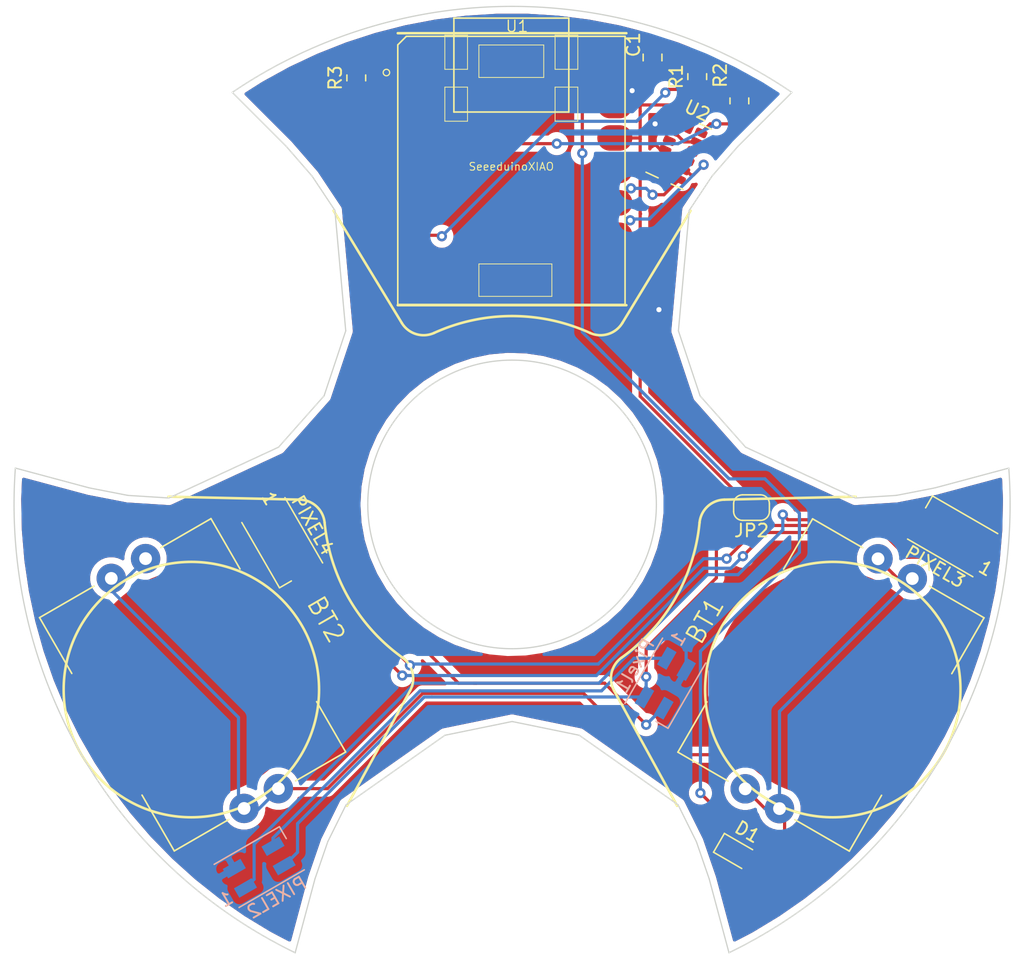
<source format=kicad_pcb>
(kicad_pcb (version 20171130) (host pcbnew "(5.1.10)-1")
  (layers (0 F.Cu signal) (31 B.Cu signal) (34 B.Paste user) (35 F.Paste user) (36 B.SilkS user) (37 F.SilkS user) (38 B.Mask user) (39 F.Mask user) (44 Edge.Cuts user))
  (net 0 "")
  (net 1 +3V3)
  (net 2 GND)
  (net 3 "Net-(D1-Pad1)")
  (net 4 "Net-(JP2-Pad1)")
  (net 5 "Net-(PIXEL2-Pad1)")
  (net 6 "Net-(PIXEL3-Pad1)")
  (net 7 "Net-(PIXEL4-Pad1)")
  (net 8 "Net-(R3-Pad2)")
  (net 9 "Net-(U1-Pad11)")
  (net 10 INT1)
  (net 11 INT2)
  (net 12 "Net-(U1-Pad8)")
  (net 13 "Net-(U1-Pad7)")
  (net 14 SCL)
  (net 15 SDA)
  (net 16 "Net-(U1-Pad4)")
  (net 17 "Net-(U1-Pad3)")
  (net 18 "Net-(U1-Pad1)")
  (net 19 "Net-(U1-Pad17)")
  (net 20 "Net-(U1-Pad18)")
  (net 21 "Net-(U1-Pad19)")
  (net 22 "Net-(U2-Pad3)")
  (net 23 "Net-(U2-Pad10)")
  (net 24 "Net-(U2-Pad11)")
  (net 25 "Net-(BT1-PadP1)")
  (net 26 "Net-(U1-Pad20)")
  (net 27 "Net-(U1-Pad16)")
  (net 28 "Net-(U1-Pad15)")
  (net 29 /B15)
  (net 30 "Net-(Pixel1-Pad3)")
  (net 31 "Net-(PIXEL2-Pad3)")
  (module BAT-HLD-001-THM:BAT_BAT-HLD-001-THM (layer F.Cu) (at 75.2 114 300)
    (fp_text reference BT2 (at 0.796824 -11.362783 120) (layer F.SilkS) (effects (font (size 1.4 1.4))))
    (fp_text value BAT-HLD-001-THM)
    (fp_line (start 10.55 8) (end 10.55 3.07) (layer F.SilkS) (width 0.127))
    (fp_line (start 5.5 8) (end 10.55 8) (layer F.SilkS) (width 0.127))
    (fp_line (start -10.55 8) (end -5.5 8) (layer F.SilkS) (width 0.127))
    (fp_line (start -10.55 3.07) (end -10.55 8) (layer F.SilkS) (width 0.127))
    (fp_line (start 10.55 -7.5) (end 10.55 -2.97) (layer F.SilkS) (width 0.127))
    (fp_line (start 6 -7.5) (end 10.55 -7.5) (layer F.SilkS) (width 0.127))
    (fp_line (start -10.55 -7.5) (end -6 -7.5) (layer F.SilkS) (width 0.127))
    (fp_line (start -10.55 -2.97) (end -10.55 -7.5) (layer F.SilkS) (width 0.127))
    (pad P4 thru_hole circle (at 10.4 -1.5 300) (size 2.3 2.3) (drill 1) (layers *.Cu *.Mask) (net 29 /B15))
    (pad P3 thru_hole circle (at 10.4 1.6 300) (size 2.3 2.3) (drill 1) (layers *.Cu *.Mask) (net 29 /B15))
    (pad P2 thru_hole circle (at -10.4 1.6 300) (size 2.3 2.3) (drill 1) (layers *.Cu *.Mask) (net 29 /B15))
    (pad P1 thru_hole circle (at -10.4 -1.5 300) (size 2.3 2.3) (drill 1) (layers *.Cu *.Mask) (net 29 /B15))
    (pad N smd circle (at 0 0 300) (size 17.8 17.8) (layers F.Cu F.Mask) (net 2 GND))
  )
  (module BAT-HLD-001-THM:BAT_BAT-HLD-001-THM (layer F.Cu) (at 124.754969 114.014968 60)
    (fp_text reference BT1 (at -0.570997 -10.818932 60) (layer F.SilkS) (effects (font (size 1.4 1.4))))
    (fp_text value BAT-HLD-001-THM)
    (fp_line (start -10.55 -2.97) (end -10.55 -7.5) (layer F.SilkS) (width 0.127))
    (fp_line (start -10.55 -7.5) (end -6 -7.5) (layer F.SilkS) (width 0.127))
    (fp_line (start 6 -7.5) (end 10.55 -7.5) (layer F.SilkS) (width 0.127))
    (fp_line (start 10.55 -7.5) (end 10.55 -2.97) (layer F.SilkS) (width 0.127))
    (fp_line (start -10.55 3.07) (end -10.55 8) (layer F.SilkS) (width 0.127))
    (fp_line (start -10.55 8) (end -5.5 8) (layer F.SilkS) (width 0.127))
    (fp_line (start 5.5 8) (end 10.55 8) (layer F.SilkS) (width 0.127))
    (fp_line (start 10.55 8) (end 10.55 3.07) (layer F.SilkS) (width 0.127))
    (pad N smd circle (at 0 0 60) (size 17.8 17.8) (layers F.Cu F.Mask) (net 29 /B15))
    (pad P1 thru_hole circle (at -10.4 -1.5 60) (size 2.3 2.3) (drill 1) (layers *.Cu *.Mask) (net 25 "Net-(BT1-PadP1)"))
    (pad P2 thru_hole circle (at -10.4 1.6 60) (size 2.3 2.3) (drill 1) (layers *.Cu *.Mask) (net 25 "Net-(BT1-PadP1)"))
    (pad P3 thru_hole circle (at 10.4 1.6 60) (size 2.3 2.3) (drill 1) (layers *.Cu *.Mask) (net 25 "Net-(BT1-PadP1)"))
    (pad P4 thru_hole circle (at 10.4 -1.5 60) (size 2.3 2.3) (drill 1) (layers *.Cu *.Mask) (net 25 "Net-(BT1-PadP1)"))
  )
  (module "Seeeduino_XIAO:Seeeduino XIAO-MOUDLE14P-2.54-21X17.8MM" (layer F.Cu) (at 91.049515 84.342097)
    (fp_text reference U1 (at 9.3345 -21.7805) (layer F.SilkS) (effects (font (size 0.889 0.889) (thickness 0.1016))))
    (fp_text value SeeeduinoXIAO (at 8.89 -10.795) (layer F.SilkS) (effects (font (size 0.6096 0.6096) (thickness 0.0762))))
    (fp_line (start 6.35 -17.78) (end 11.43 -17.78) (layer F.SilkS) (width 0.06604))
    (fp_line (start 11.43 -17.78) (end 11.43 -20.32) (layer F.SilkS) (width 0.06604))
    (fp_line (start 6.35 -20.32) (end 11.43 -20.32) (layer F.SilkS) (width 0.06604))
    (fp_line (start 6.35 -17.78) (end 6.35 -20.32) (layer F.SilkS) (width 0.06604))
    (fp_line (start 6.35 -0.635) (end 12.065 -0.635) (layer F.SilkS) (width 0.06604))
    (fp_line (start 12.065 -0.635) (end 12.065 -3.175) (layer F.SilkS) (width 0.06604))
    (fp_line (start 6.35 -3.175) (end 12.065 -3.175) (layer F.SilkS) (width 0.06604))
    (fp_line (start 6.35 -0.635) (end 6.35 -3.175) (layer F.SilkS) (width 0.06604))
    (fp_line (start 3.683 -18.415) (end 5.461 -18.415) (layer F.SilkS) (width 0.06604))
    (fp_line (start 5.461 -18.415) (end 5.461 -21.082) (layer F.SilkS) (width 0.06604))
    (fp_line (start 3.683 -21.082) (end 5.461 -21.082) (layer F.SilkS) (width 0.06604))
    (fp_line (start 3.683 -18.415) (end 3.683 -21.082) (layer F.SilkS) (width 0.06604))
    (fp_line (start 3.683 -14.34846) (end 5.461 -14.34846) (layer F.SilkS) (width 0.06604))
    (fp_line (start 5.461 -14.34846) (end 5.461 -17.018) (layer F.SilkS) (width 0.06604))
    (fp_line (start 3.683 -17.018) (end 5.461 -17.018) (layer F.SilkS) (width 0.06604))
    (fp_line (start 3.683 -14.34846) (end 3.683 -17.018) (layer F.SilkS) (width 0.06604))
    (fp_line (start 12.319 -14.34846) (end 14.097 -14.34846) (layer F.SilkS) (width 0.06604))
    (fp_line (start 14.097 -14.34846) (end 14.097 -17.018) (layer F.SilkS) (width 0.06604))
    (fp_line (start 12.319 -17.018) (end 14.097 -17.018) (layer F.SilkS) (width 0.06604))
    (fp_line (start 12.319 -14.34846) (end 12.319 -17.018) (layer F.SilkS) (width 0.06604))
    (fp_line (start 12.319 -18.415) (end 14.097 -18.415) (layer F.SilkS) (width 0.06604))
    (fp_line (start 14.097 -18.415) (end 14.097 -21.082) (layer F.SilkS) (width 0.06604))
    (fp_line (start 12.319 -21.082) (end 14.097 -21.082) (layer F.SilkS) (width 0.06604))
    (fp_line (start 12.319 -18.415) (end 12.319 -21.082) (layer F.SilkS) (width 0.06604))
    (fp_line (start 0 0) (end 17.79778 0) (layer F.SilkS) (width 0.127))
    (fp_line (start 17.79778 0) (end 17.79778 -20.99818) (layer F.SilkS) (width 0.127))
    (fp_line (start 17.79778 -20.99818) (end 0.67056 -20.99818) (layer F.SilkS) (width 0.127))
    (fp_line (start 0.67056 -20.99818) (end 0 -20.32762) (layer F.SilkS) (width 0.127))
    (fp_line (start 0 -20.32762) (end 0 0) (layer F.SilkS) (width 0.127))
    (fp_line (start 4.39928 -22.42312) (end 13.39342 -22.42312) (layer F.SilkS) (width 0.127))
    (fp_line (start 13.39342 -22.42312) (end 13.39342 -15.06982) (layer F.SilkS) (width 0.127))
    (fp_line (start 13.39342 -15.06982) (end 4.3942 -15.06982) (layer F.SilkS) (width 0.127))
    (fp_line (start 4.3942 -15.06982) (end 4.3942 -22.42312) (layer F.SilkS) (width 0.127))
    (fp_circle (center -0.889 -18.161) (end -0.889 -18.415) (layer F.SilkS) (width 0.1))
    (pad 20 smd circle (at 10.238803 -16.264187 90) (size 1.143 1.143) (layers F.Cu F.Paste F.Mask) (net 26 "Net-(U1-Pad20)"))
    (pad 19 smd circle (at 7.698803 -16.264187 90) (size 1.143 1.143) (layers F.Cu F.Paste F.Mask) (net 21 "Net-(U1-Pad19)"))
    (pad 18 smd circle (at 10.238803 -18.804187 90) (size 1.143 1.143) (layers F.Cu F.Paste F.Mask) (net 20 "Net-(U1-Pad18)"))
    (pad 17 smd circle (at 7.698803 -18.804187 90) (size 1.143 1.143) (layers F.Cu F.Paste F.Mask) (net 19 "Net-(U1-Pad17)"))
    (pad 16 smd oval (at 10.25 -1.8 90) (size 2.032 1.016) (layers F.Cu F.Paste F.Mask) (net 27 "Net-(U1-Pad16)"))
    (pad 15 smd oval (at 7.7 -1.8 90) (size 2.032 1.016) (layers F.Cu F.Paste F.Mask) (net 28 "Net-(U1-Pad15)"))
    (pad 1 smd oval (at 0.83312 -18.11782) (size 2.74828 1.99898) (layers F.Cu F.Paste F.Mask) (net 18 "Net-(U1-Pad1)"))
    (pad 2 smd oval (at 0.83312 -15.57782) (size 2.74828 1.99898) (layers F.Cu F.Paste F.Mask) (net 8 "Net-(R3-Pad2)"))
    (pad 3 smd oval (at 0.83312 -13.03782) (size 2.74828 1.99898) (layers F.Cu F.Paste F.Mask) (net 17 "Net-(U1-Pad3)"))
    (pad 4 smd oval (at 0.83312 -10.49782) (size 2.74828 1.99898) (layers F.Cu F.Paste F.Mask) (net 16 "Net-(U1-Pad4)"))
    (pad 5 smd oval (at 0.83312 -7.95782) (size 2.74828 1.99898) (layers F.Cu F.Paste F.Mask) (net 15 SDA))
    (pad 6 smd oval (at 0.83312 -5.41782) (size 2.74828 1.99898) (layers F.Cu F.Paste F.Mask) (net 14 SCL))
    (pad 7 smd oval (at 0.83312 -2.87782) (size 2.74828 1.99898) (layers F.Cu F.Paste F.Mask) (net 13 "Net-(U1-Pad7)"))
    (pad 8 smd oval (at 16.99768 -2.87782) (size 2.74828 1.99898) (layers F.Cu F.Paste F.Mask) (net 12 "Net-(U1-Pad8)"))
    (pad 9 smd oval (at 16.99768 -5.41782) (size 2.74828 1.99898) (layers F.Cu F.Paste F.Mask) (net 11 INT2))
    (pad 10 smd oval (at 16.99768 -7.95782) (size 2.74828 1.99898) (layers F.Cu F.Paste F.Mask) (net 10 INT1))
    (pad 11 smd oval (at 16.99768 -10.49782) (size 2.74828 1.99898) (layers F.Cu F.Paste F.Mask) (net 9 "Net-(U1-Pad11)"))
    (pad 12 smd oval (at 16.99768 -13.03782) (size 2.74828 1.99898) (layers F.Cu F.Paste F.Mask) (net 1 +3V3))
    (pad 13 smd oval (at 16.99768 -15.57782) (size 2.74828 1.99898) (layers F.Cu F.Paste F.Mask) (net 2 GND))
    (pad 14 smd oval (at 16.99768 -18.11782) (size 2.74828 1.99898) (layers F.Cu F.Paste F.Mask) (net 3 "Net-(D1-Pad1)"))
  )
  (module LED_SMD:LED_SK6812MINI_PLCC4_3.5x3.5mm_P1.75mm (layer F.Cu) (at 134.5 102.5 150)
    (fp_text reference PIXEL3 (at 0 -2.75 150) (layer F.SilkS))
    (fp_text value SK6812MINI)
    (fp_line (start 2.95 1.95) (end 2.95 0.875) (layer F.SilkS) (width 0.12))
    (fp_line (start -2.95 1.95) (end 2.95 1.95) (layer F.SilkS) (width 0.12))
    (fp_line (start -2.95 -1.95) (end 2.95 -1.95) (layer F.SilkS) (width 0.12))
    (fp_text user 1 (at -3.5 -0.875 150) (layer F.SilkS))
    (pad 1 smd rect (at -1.75 -0.875 150) (size 1.6 0.85) (layers F.Cu F.Paste F.Mask) (net 6 "Net-(PIXEL3-Pad1)"))
    (pad 2 smd rect (at -1.75 0.875 150) (size 1.6 0.85) (layers F.Cu F.Paste F.Mask) (net 2 GND))
    (pad 4 smd rect (at 1.75 -0.875 150) (size 1.6 0.85) (layers F.Cu F.Paste F.Mask) (net 4 "Net-(JP2-Pad1)"))
    (pad 3 smd rect (at 1.75 0.875 150) (size 1.6 0.85) (layers F.Cu F.Paste F.Mask) (net 5 "Net-(PIXEL2-Pad1)"))
  )
  (module LED_SMD:LED_SK6812MINI_PLCC4_3.5x3.5mm_P1.75mm (layer F.Cu) (at 82 103 300)
    (fp_text reference PIXEL4 (at 0 -2.75 120) (layer F.SilkS))
    (fp_text value SK6812MINI)
    (fp_line (start 2.95 1.95) (end 2.95 0.875) (layer F.SilkS) (width 0.12))
    (fp_line (start -2.95 1.95) (end 2.95 1.95) (layer F.SilkS) (width 0.12))
    (fp_line (start -2.95 -1.95) (end 2.95 -1.95) (layer F.SilkS) (width 0.12))
    (fp_text user 1 (at -3.5 -0.875 120) (layer F.SilkS))
    (pad 1 smd rect (at -1.75 -0.875 300) (size 1.6 0.85) (layers F.Cu F.Paste F.Mask) (net 7 "Net-(PIXEL4-Pad1)"))
    (pad 2 smd rect (at -1.75 0.875 300) (size 1.6 0.85) (layers F.Cu F.Paste F.Mask) (net 2 GND))
    (pad 4 smd rect (at 1.75 -0.875 300) (size 1.6 0.85) (layers F.Cu F.Paste F.Mask) (net 4 "Net-(JP2-Pad1)"))
    (pad 3 smd rect (at 1.75 0.875 300) (size 1.6 0.85) (layers F.Cu F.Paste F.Mask) (net 6 "Net-(PIXEL3-Pad1)"))
  )
  (module Capacitor_SMD:C_0805_2012Metric (layer F.Cu) (at 111 65 90)
    (fp_text reference C1 (at 1 -1.5 90) (layer F.SilkS))
    (fp_text value 0.1uF)
    (fp_line (start -0.261252 0.735) (end 0.261252 0.735) (layer F.SilkS) (width 0.12))
    (fp_line (start -0.261252 -0.735) (end 0.261252 -0.735) (layer F.SilkS) (width 0.12))
    (pad 2 smd roundrect (at 0.95 0 90) (size 1 1.45) (layers F.Cu F.Paste F.Mask) (net 2 GND))
    (pad 1 smd roundrect (at -0.95 0 90) (size 1 1.45) (layers F.Cu F.Paste F.Mask) (net 1 +3V3))
  )
  (module Jumper:SolderJumper-2_P1.3mm_Open_RoundedPad1.0x1.5mm (layer F.Cu) (at 118.75 100.25 180)
    (fp_text reference JP2 (at 0 -1.8) (layer F.SilkS))
    (fp_text value Jumper_2_Open)
    (fp_line (start -0.7 -1) (end 0.7 -1) (layer F.SilkS) (width 0.12))
    (fp_line (start 1.4 -0.3) (end 1.4 0.3) (layer F.SilkS) (width 0.12))
    (fp_line (start 0.7 1) (end -0.7 1) (layer F.SilkS) (width 0.12))
    (fp_line (start -1.4 0.3) (end -1.4 -0.3) (layer F.SilkS) (width 0.12))
    (fp_arc (start -0.7 -0.3) (end -0.7 -1) (angle -90) (layer F.SilkS) (width 0.12))
    (fp_arc (start -0.7 0.3) (end -1.4 0.3) (angle -90) (layer F.SilkS) (width 0.12))
    (fp_arc (start 0.7 0.3) (end 0.7 1) (angle -90) (layer F.SilkS) (width 0.12))
    (fp_arc (start 0.7 -0.3) (end 1.4 -0.3) (angle -90) (layer F.SilkS) (width 0.12))
    (pad 2 smd custom (at 0.65 0 180) (size 1 0.5) (layers F.Cu F.Mask) (net 1 +3V3) (options (clearance outline) (anchor rect)) (primitives (gr_circle (center 0 0.25) (end 0.5 0.25) (width 0)) (gr_circle (center 0 -0.25) (end 0.5 -0.25) (width 0)) (gr_poly (pts (xy 0 -0.75) (xy -0.5 -0.75) (xy -0.5 0.75) (xy 0 0.75)) (width 0))))
    (pad 1 smd custom (at -0.65 0 180) (size 1 0.5) (layers F.Cu F.Mask) (net 4 "Net-(JP2-Pad1)") (options (clearance outline) (anchor rect)) (primitives (gr_circle (center 0 0.25) (end 0.5 0.25) (width 0)) (gr_circle (center 0 -0.25) (end 0.5 -0.25) (width 0)) (gr_poly (pts (xy 0 -0.75) (xy 0.5 -0.75) (xy 0.5 0.75) (xy 0 0.75)) (width 0))))
  )
  (module LED_SMD:LED_SK6812MINI_PLCC4_3.5x3.5mm_P1.75mm (layer B.Cu) (at 112 114 240)
    (fp_text reference Pixel1 (at 0 2.75 240) (layer B.SilkS) (effects (justify mirror)))
    (fp_text value SK6812MINI)
    (fp_line (start -2.95 1.95) (end 2.95 1.95) (layer B.SilkS) (width 0.12))
    (fp_line (start -2.95 -1.95) (end 2.95 -1.95) (layer B.SilkS) (width 0.12))
    (fp_line (start 2.95 -1.95) (end 2.95 -0.875) (layer B.SilkS) (width 0.12))
    (fp_text user 1 (at -3.5 0.875 240) (layer B.SilkS) (effects (justify mirror)))
    (pad 3 smd rect (at 1.75 -0.875 240) (size 1.6 0.85) (layers B.Cu B.Paste B.Mask) (net 30 "Net-(Pixel1-Pad3)"))
    (pad 4 smd rect (at 1.75 0.875 240) (size 1.6 0.85) (layers B.Cu B.Paste B.Mask) (net 1 +3V3))
    (pad 2 smd rect (at -1.75 -0.875 240) (size 1.6 0.85) (layers B.Cu B.Paste B.Mask) (net 2 GND))
    (pad 1 smd rect (at -1.75 0.875 240) (size 1.6 0.85) (layers B.Cu B.Paste B.Mask) (net 31 "Net-(PIXEL2-Pad3)"))
  )
  (module LED_SMD:LED_SK6812MINI_PLCC4_3.5x3.5mm_P1.75mm (layer B.Cu) (at 80.2 128.4 30)
    (fp_text reference PIXEL2 (at 0 2.75 210) (layer B.SilkS) (effects (justify mirror)))
    (fp_text value SK6812MINI)
    (fp_line (start -2.95 1.95) (end 2.95 1.95) (layer B.SilkS) (width 0.12))
    (fp_line (start -2.95 -1.95) (end 2.95 -1.95) (layer B.SilkS) (width 0.12))
    (fp_line (start 2.95 -1.95) (end 2.95 -0.875) (layer B.SilkS) (width 0.12))
    (fp_text user 1 (at -3.5 0.875 210) (layer B.SilkS) (effects (justify mirror)))
    (pad 3 smd rect (at 1.75 -0.875 30) (size 1.6 0.85) (layers B.Cu B.Paste B.Mask) (net 31 "Net-(PIXEL2-Pad3)"))
    (pad 4 smd rect (at 1.75 0.875 30) (size 1.6 0.85) (layers B.Cu B.Paste B.Mask) (net 1 +3V3))
    (pad 2 smd rect (at -1.75 -0.875 30) (size 1.6 0.85) (layers B.Cu B.Paste B.Mask) (net 2 GND))
    (pad 1 smd rect (at -1.75 0.875 30) (size 1.6 0.85) (layers B.Cu B.Paste B.Mask) (net 5 "Net-(PIXEL2-Pad1)"))
  )
  (module Resistor_SMD:R_0805_2012Metric_Pad1.20x1.40mm_HandSolder (layer F.Cu) (at 114.5 66.5 90)
    (fp_text reference R1 (at 0 -1.65 90) (layer F.SilkS))
    (fp_text value 10K)
    (fp_line (start -0.227064 0.735) (end 0.227064 0.735) (layer F.SilkS) (width 0.12))
    (fp_line (start -0.227064 -0.735) (end 0.227064 -0.735) (layer F.SilkS) (width 0.12))
    (pad 2 smd roundrect (at 1 0 90) (size 1.2 1.4) (layers F.Cu F.Paste F.Mask) (roundrect_rratio 0.2083325) (net 1 +3V3))
    (pad 1 smd roundrect (at -1 0 90) (size 1.2 1.4) (layers F.Cu F.Paste F.Mask) (roundrect_rratio 0.2083325) (net 14 SCL))
  )
  (module Resistor_SMD:R_0805_2012Metric_Pad1.20x1.40mm_HandSolder (layer F.Cu) (at 87.8 66.6 90)
    (fp_text reference R3 (at 0 -1.65 90) (layer F.SilkS))
    (fp_text value 400)
    (fp_line (start -0.227064 -0.735) (end 0.227064 -0.735) (layer F.SilkS) (width 0.12))
    (fp_line (start -0.227064 0.735) (end 0.227064 0.735) (layer F.SilkS) (width 0.12))
    (pad 1 smd roundrect (at -1 0 90) (size 1.2 1.4) (layers F.Cu F.Paste F.Mask) (roundrect_rratio 0.2083325) (net 30 "Net-(Pixel1-Pad3)"))
    (pad 2 smd roundrect (at 1 0 90) (size 1.2 1.4) (layers F.Cu F.Paste F.Mask) (roundrect_rratio 0.2083325) (net 8 "Net-(R3-Pad2)"))
  )
  (module Package_LGA:LGA-14_3x5mm_P0.8mm_LayoutBorder1x6y (layer F.Cu) (at 113.05 72.3 335)
    (fp_text reference U2 (at 0 -3.45 155) (layer F.SilkS))
    (fp_text value ADXL343)
    (fp_line (start 0.56 2.61) (end 1.61 2.61) (layer F.SilkS) (width 0.12))
    (fp_line (start -0.56 2.61) (end -1.61 2.61) (layer F.SilkS) (width 0.12))
    (fp_line (start 0.56 -2.61) (end 1.61 -2.61) (layer F.SilkS) (width 0.12))
    (pad 14 smd roundrect (at 0 -2 335) (size 0.6 0.95) (layers F.Cu F.Paste F.Mask) (net 14 SCL))
    (pad 13 smd roundrect (at 1 -2 335) (size 0.95 0.6) (layers F.Cu F.Paste F.Mask) (net 15 SDA))
    (pad 12 smd roundrect (at 1 -1.2 335) (size 0.95 0.6) (layers F.Cu F.Paste F.Mask) (net 2 GND))
    (pad 11 smd roundrect (at 1 -0.4 335) (size 0.95 0.6) (layers F.Cu F.Paste F.Mask) (net 24 "Net-(U2-Pad11)"))
    (pad 10 smd roundrect (at 1 0.4 335) (size 0.95 0.6) (layers F.Cu F.Paste F.Mask) (net 23 "Net-(U2-Pad10)"))
    (pad 9 smd roundrect (at 1 1.2 335) (size 0.95 0.6) (layers F.Cu F.Paste F.Mask) (net 11 INT2))
    (pad 8 smd roundrect (at 1 2 335) (size 0.95 0.6) (layers F.Cu F.Paste F.Mask) (net 10 INT1))
    (pad 7 smd roundrect (at 0 2 335) (size 0.6 0.95) (layers F.Cu F.Paste F.Mask) (net 1 +3V3))
    (pad 6 smd roundrect (at -1 2 335) (size 0.95 0.6) (layers F.Cu F.Paste F.Mask) (net 1 +3V3))
    (pad 5 smd roundrect (at -1 1.2 335) (size 0.95 0.6) (layers F.Cu F.Paste F.Mask) (net 2 GND))
    (pad 4 smd roundrect (at -1 0.4 335) (size 0.95 0.6) (layers F.Cu F.Paste F.Mask) (net 2 GND))
    (pad 3 smd roundrect (at -1 -0.4 335) (size 0.95 0.6) (layers F.Cu F.Paste F.Mask) (net 22 "Net-(U2-Pad3)"))
    (pad 2 smd roundrect (at -1 -1.2 335) (size 0.95 0.6) (layers F.Cu F.Paste F.Mask) (net 2 GND))
    (pad 1 smd roundrect (at -1 -2 335) (size 0.95 0.6) (layers F.Cu F.Paste F.Mask) (net 1 +3V3))
  )
  (module Resistor_SMD:R_0805_2012Metric_Pad1.20x1.40mm_HandSolder (layer F.Cu) (at 117.8 68.4 90)
    (fp_text reference R2 (at 2 -1.5 90) (layer F.SilkS))
    (fp_text value 10K)
    (fp_line (start -0.227064 -0.735) (end 0.227064 -0.735) (layer F.SilkS) (width 0.12))
    (fp_line (start -0.227064 0.735) (end 0.227064 0.735) (layer F.SilkS) (width 0.12))
    (pad 1 smd roundrect (at -1 0 90) (size 1.2 1.4) (layers F.Cu F.Paste F.Mask) (roundrect_rratio 0.2083325) (net 15 SDA))
    (pad 2 smd roundrect (at 1 0 90) (size 1.2 1.4) (layers F.Cu F.Paste F.Mask) (roundrect_rratio 0.2083325) (net 1 +3V3))
  )
  (module Diode_SMD:D_SOD-323 (layer F.Cu) (at 117.5 127.25 330)
    (fp_text reference D1 (at 0 -1.85 150) (layer F.SilkS))
    (fp_text value D)
    (fp_line (start -1.5 -0.85) (end -1.5 0.85) (layer F.SilkS) (width 0.12))
    (fp_line (start -1.5 0.85) (end 1.05 0.85) (layer F.SilkS) (width 0.12))
    (fp_line (start -1.5 -0.85) (end 1.05 -0.85) (layer F.SilkS) (width 0.12))
    (pad 1 smd rect (at -1.05 0 330) (size 0.6 0.45) (layers F.Cu F.Paste F.Mask) (net 3 "Net-(D1-Pad1)"))
    (pad 2 smd rect (at 1.05 0 330) (size 0.6 0.45) (layers F.Cu F.Paste F.Mask) (net 25 "Net-(BT1-PadP1)"))
  )
  (gr_line (start 84.565514 129.322172) (end 83.015391 135.107308) (layer Edge.Cuts) (width 0.1))
  (gr_line (start 85.565586 126.415251) (end 84.565514 129.322172) (layer Edge.Cuts) (width 0.1))
  (gr_line (start 86.996557 123.529446) (end 85.565586 126.415251) (layer Edge.Cuts) (width 0.1))
  (gr_line (start 94.7402 118.077457) (end 86.996557 123.529446) (layer Edge.Cuts) (width 0.1))
  (gr_line (start 100 117) (end 94.7402 118.077457) (layer Edge.Cuts) (width 0.1))
  (gr_line (start 105.259799 118.077457) (end 100 117) (layer Edge.Cuts) (width 0.1))
  (gr_line (start 113.003442 123.529446) (end 105.259799 118.077457) (layer Edge.Cuts) (width 0.1))
  (gr_line (start 114.434413 126.415251) (end 113.003442 123.529446) (layer Edge.Cuts) (width 0.1))
  (gr_line (start 115.434485 129.322172) (end 114.434413 126.415251) (layer Edge.Cuts) (width 0.1))
  (gr_line (start 116.984608 135.107308) (end 115.434485 129.322172) (layer Edge.Cuts) (width 0.1))
  (gr_arc (start 100 100) (end 116.984608 135.107308) (angle -68.36541888) (layer Edge.Cuts) (width 0.1))
  (gr_line (start 133.110989 98.70557) (end 138.896124 97.155448) (layer Edge.Cuts) (width 0.1))
  (gr_line (start 130.093485 99.292943) (end 133.110989 98.70557) (layer Edge.Cuts) (width 0.1))
  (gr_line (start 126.878819 99.496588) (end 130.093485 99.292943) (layer Edge.Cuts) (width 0.1))
  (gr_line (start 118.285436 95.51639) (end 126.878819 99.496588) (layer Edge.Cuts) (width 0.1))
  (gr_line (start 114.722431 91.499999) (end 118.285436 95.51639) (layer Edge.Cuts) (width 0.1))
  (gr_line (start 113.025637 86.406151) (end 114.722431 91.499999) (layer Edge.Cuts) (width 0.1))
  (gr_line (start 113.875377 76.973964) (end 113.025637 86.406151) (layer Edge.Cuts) (width 0.1))
  (gr_line (start 115.659071 74.291805) (end 113.875377 76.973964) (layer Edge.Cuts) (width 0.1))
  (gr_line (start 117.676503 71.972256) (end 115.659071 74.291805) (layer Edge.Cuts) (width 0.1))
  (gr_line (start 121.911516 67.737243) (end 117.676503 71.972256) (layer Edge.Cuts) (width 0.1))
  (gr_arc (start 100 100) (end 121.911516 67.737243) (angle -68.36541888) (layer Edge.Cuts) (width 0.1))
  (gr_line (start 82.323496 71.972256) (end 78.088483 67.737243) (layer Edge.Cuts) (width 0.1))
  (gr_line (start 84.340928 74.291805) (end 82.323496 71.972256) (layer Edge.Cuts) (width 0.1))
  (gr_line (start 86.124622 76.973964) (end 84.340928 74.291805) (layer Edge.Cuts) (width 0.1))
  (gr_line (start 86.974362 86.406151) (end 86.124622 76.973964) (layer Edge.Cuts) (width 0.1))
  (gr_line (start 85.277568 91.5) (end 86.974362 86.406151) (layer Edge.Cuts) (width 0.1))
  (gr_line (start 81.714563 95.51639) (end 85.277568 91.5) (layer Edge.Cuts) (width 0.1))
  (gr_line (start 73.12118 99.496588) (end 81.714563 95.51639) (layer Edge.Cuts) (width 0.1))
  (gr_line (start 69.906514 99.292943) (end 73.12118 99.496588) (layer Edge.Cuts) (width 0.1))
  (gr_line (start 66.88901 98.70557) (end 69.906514 99.292943) (layer Edge.Cuts) (width 0.1))
  (gr_line (start 61.103875 97.155448) (end 66.88901 98.70557) (layer Edge.Cuts) (width 0.1))
  (gr_arc (start 100 100) (end 61.103875 97.155448) (angle -68.36541888) (layer Edge.Cuts) (width 0.1))
  (gr_circle (center 100 100) (end 111.3 100) (layer Edge.Cuts) (width 0.1))
  (gr_line (start 92.011214 114.585671) (end 87.071654 123.604161) (layer F.SilkS) (width 0.2))
  (gr_line (start 113.97763 77.001644) (end 108.637168 85.788673) (layer F.SilkS) (width 0.2))
  (gr_line (start 91.362831 85.788673) (end 86.022369 77.001644) (layer F.SilkS) (width 0.2))
  (gr_line (start 73.094024 99.394194) (end 83.374045 99.625655) (layer F.SilkS) (width 0.2))
  (gr_line (start 112.928345 123.604161) (end 107.988785 114.585671) (layer F.SilkS) (width 0.2))
  (gr_line (start 116.625954 99.625655) (end 126.905975 99.394194) (layer F.SilkS) (width 0.2))
  (gr_line (start 108.949999 63.1) (end 91.05 63.099999) (layer F.SilkS) (width 0.2))
  (gr_line (start 91.05 84.4) (end 108.949999 84.4) (layer F.SilkS) (width 0.2))
  (gr_circle (center 74.885263 114.5) (end 84.885263 114.5) (layer F.SilkS) (width 0.2))
  (gr_circle (center 125.114736 114.499999) (end 135.114736 114.499999) (layer F.SilkS) (width 0.2))
  (gr_arc (start 106.928066 84.749938) (end 106.100834 86.57084) (angle -83.14235158) (layer F.SilkS) (width 0.2))
  (gr_arc (start 100 100) (end 106.100834 86.57084) (angle -48.86437027) (layer F.SilkS) (width 0.2))
  (gr_arc (start 93.071933 84.749938) (end 91.362831 85.788673) (angle -83.14235158) (layer F.SilkS) (width 0.2))
  (gr_arc (start 83.329025 101.625149) (end 85.319589 101.431101) (angle -83.14235158) (layer F.SilkS) (width 0.2))
  (gr_arc (start 100 100) (end 85.319589 101.431101) (angle -48.86437027) (layer F.SilkS) (width 0.2))
  (gr_arc (start 90.257092 113.624912) (end 92.011214 114.585671) (angle -83.14235158) (layer F.SilkS) (width 0.2))
  (gr_arc (start 109.742907 113.624912) (end 108.579575 111.998057) (angle -83.14235158) (layer F.SilkS) (width 0.2))
  (gr_arc (start 100 100) (end 108.579575 111.998057) (angle -48.86437027) (layer F.SilkS) (width 0.2))
  (gr_arc (start 116.670974 101.625149) (end 116.625954 99.625655) (angle -83.14235158) (layer F.SilkS) (width 0.2))
  (segment (start 108.047195 71.304277) (end 109.945723 71.304277) (width 0.25) (layer F.Cu) (net 1))
  (segment (start 109.945723 71.304277) (end 110.031443 71.389997) (width 0.25) (layer F.Cu) (net 1))
  (segment (start 110.031443 77.218557) (end 110.062886 77.25) (width 0.25) (layer F.Cu) (net 1))
  (segment (start 111 65.95) (end 111 67) (width 0.25) (layer F.Cu) (net 1))
  (segment (start 111 67) (end 110.031443 67.968557) (width 0.25) (layer F.Cu) (net 1))
  (segment (start 111.929728 116) (end 111.882772 115.953044) (width 0.25) (layer B.Cu) (net 30))
  (segment (start 111.721075 74.112616) (end 111.298456 73.689997) (width 0.25) (layer F.Cu) (net 1))
  (segment (start 112.204763 74.112616) (end 111.721075 74.112616) (width 0.25) (layer F.Cu) (net 1))
  (segment (start 110.031443 69.218557) (end 110.031443 71.389997) (width 0.25) (layer F.Cu) (net 1))
  (segment (start 110.031443 71.389997) (end 110.031443 72.968557) (width 0.25) (layer F.Cu) (net 1))
  (segment (start 112.468557 68.718557) (end 110.031443 68.718557) (width 0.25) (layer F.Cu) (net 1))
  (segment (start 110.031443 68.718557) (end 110.031443 69.218557) (width 0.25) (layer F.Cu) (net 1))
  (segment (start 110.031443 67.968557) (end 110.031443 68.718557) (width 0.25) (layer F.Cu) (net 1))
  (segment (start 111.45 65.5) (end 111 65.95) (width 0.25) (layer F.Cu) (net 1))
  (segment (start 114.5 65.5) (end 111.45 65.5) (width 0.25) (layer F.Cu) (net 1))
  (segment (start 118.1 99.6) (end 118.1 100.25) (width 0.25) (layer F.Cu) (net 1))
  (segment (start 110.031443 91.531443) (end 118.1 99.6) (width 0.25) (layer F.Cu) (net 1))
  (segment (start 110.031443 77.218557) (end 110.031443 91.531443) (width 0.25) (layer F.Cu) (net 1))
  (segment (start 116 102.35) (end 118.1 100.25) (width 0.25) (layer F.Cu) (net 1))
  (segment (start 111.882772 115.953044) (end 111.882772 116.282772) (width 0.25) (layer B.Cu) (net 30))
  (via (at 110.5 113.5) (size 0.8) (drill 0.4) (layers F.Cu B.Cu) (net 1))
  (segment (start 110.5 111.25) (end 110.5 113.5) (width 0.25) (layer F.Cu) (net 1))
  (segment (start 110.5 114.945272) (end 110.367228 115.078044) (width 0.25) (layer B.Cu) (net 1))
  (segment (start 110.5 113.5) (end 110.5 114.945272) (width 0.25) (layer B.Cu) (net 1))
  (segment (start 110.089997 73.689997) (end 110.031443 73.631443) (width 0.25) (layer F.Cu) (net 1))
  (segment (start 111.298456 73.689997) (end 110.089997 73.689997) (width 0.25) (layer F.Cu) (net 1))
  (segment (start 110.031443 73.631443) (end 110.031443 77.218557) (width 0.25) (layer F.Cu) (net 1))
  (segment (start 110.031443 72.968557) (end 110.031443 73.631443) (width 0.25) (layer F.Cu) (net 1))
  (segment (start 112.468557 69.544394) (end 112.988929 70.064766) (width 0.25) (layer F.Cu) (net 1))
  (segment (start 112.468557 68.718557) (end 112.468557 69.544394) (width 0.25) (layer F.Cu) (net 1))
  (segment (start 115.9 65.5) (end 117.8 67.4) (width 0.25) (layer F.Cu) (net 1))
  (segment (start 114.5 65.5) (end 115.9 65.5) (width 0.25) (layer F.Cu) (net 1))
  (segment (start 116 105.75) (end 113.275 108.475) (width 0.25) (layer F.Cu) (net 1))
  (segment (start 116 102.35) (end 116 105.75) (width 0.25) (layer F.Cu) (net 1))
  (segment (start 113.275 108.475) (end 110.5 111.25) (width 0.25) (layer F.Cu) (net 1))
  (segment (start 113.5 108.25) (end 113.275 108.475) (width 0.25) (layer F.Cu) (net 1))
  (segment (start 93.721956 115.078044) (end 110.367228 115.078044) (width 0.25) (layer B.Cu) (net 1))
  (segment (start 93.121956 115.078044) (end 93.721956 115.078044) (width 0.25) (layer B.Cu) (net 1))
  (segment (start 83.2 125) (end 93.121956 115.078044) (width 0.25) (layer B.Cu) (net 1))
  (segment (start 83.2 127.235816) (end 83.2 125) (width 0.25) (layer B.Cu) (net 1))
  (segment (start 82.153044 128.282772) (end 83.2 127.235816) (width 0.25) (layer B.Cu) (net 1))
  (segment (start 108.047195 68.764277) (end 106.835723 68.764277) (width 0.25) (layer F.Cu) (net 2))
  (segment (start 113.632772 110.232772) (end 113.6 110.2) (width 0.25) (layer B.Cu) (net 2))
  (segment (start 113.632772 112.921956) (end 113.632772 110.232772) (width 0.25) (layer B.Cu) (net 2))
  (via (at 109.4 67.6) (size 0.8) (drill 0.4) (layers F.Cu B.Cu) (net 2))
  (segment (start 108.235723 68.764277) (end 109.4 67.6) (width 0.25) (layer F.Cu) (net 2))
  (segment (start 108.047195 68.764277) (end 108.235723 68.764277) (width 0.25) (layer F.Cu) (net 2))
  (segment (start 113.472953 71.611931) (end 112.650834 70.789812) (width 0.25) (layer F.Cu) (net 2))
  (segment (start 114.440332 71.611931) (end 113.472953 71.611931) (width 0.25) (layer F.Cu) (net 2))
  (segment (start 111.63655 72.578) (end 111.974645 72.239905) (width 0.25) (layer F.Cu) (net 2))
  (segment (start 111.63655 72.964951) (end 111.63655 72.578) (width 0.25) (layer F.Cu) (net 2))
  (segment (start 112.650834 70.789812) (end 112.389812 70.789812) (width 0.25) (layer F.Cu) (net 2))
  (segment (start 112.650834 70.789812) (end 112.589812 70.789812) (width 0.25) (layer F.Cu) (net 2))
  (segment (start 111.974645 72.239905) (end 111.639905 72.239905) (width 0.25) (layer F.Cu) (net 2))
  (segment (start 111.639905 72.239905) (end 111.2 71.8) (width 0.25) (layer F.Cu) (net 2))
  (segment (start 111.2 71.8) (end 111.2 71) (width 0.25) (layer F.Cu) (net 2))
  (segment (start 111.2 71) (end 111.6 70.6) (width 0.25) (layer F.Cu) (net 2))
  (segment (start 112.461022 70.6) (end 112.650834 70.789812) (width 0.25) (layer F.Cu) (net 2))
  (segment (start 111.6 70.6) (end 112.461022 70.6) (width 0.25) (layer F.Cu) (net 2))
  (via (at 111.2 70.2) (size 0.8) (drill 0.4) (layers F.Cu B.Cu) (net 2))
  (via (at 111.5 84.75) (size 0.8) (drill 0.4) (layers F.Cu B.Cu) (net 2))
  (via (at 105.5 72.5) (size 0.8) (drill 0.4) (layers F.Cu B.Cu) (net 3))
  (segment (start 105.5 68.771472) (end 108.047195 66.224277) (width 0.25) (layer F.Cu) (net 3))
  (segment (start 105.5 72.5) (end 105.5 68.771472) (width 0.25) (layer F.Cu) (net 3))
  (segment (start 105.5 72.5) (end 105.5 86.5) (width 0.25) (layer B.Cu) (net 3))
  (segment (start 105.5 86.5) (end 107.125 88.125) (width 0.25) (layer B.Cu) (net 3))
  (segment (start 107.125 88.125) (end 106.575 87.575) (width 0.25) (layer B.Cu) (net 3))
  (segment (start 117 98) (end 107.125 88.125) (width 0.25) (layer B.Cu) (net 3))
  (segment (start 119.8 98) (end 117 98) (width 0.25) (layer B.Cu) (net 3))
  (segment (start 122.5 100.7) (end 119.8 98) (width 0.25) (layer B.Cu) (net 3))
  (segment (start 122.5 103.75) (end 122.5 100.7) (width 0.25) (layer B.Cu) (net 3))
  (segment (start 114.75 111.5) (end 122.5 103.75) (width 0.25) (layer B.Cu) (net 3))
  (segment (start 114.75 122.6) (end 114.75 111.5) (width 0.25) (layer B.Cu) (net 3))
  (segment (start 116.475 126.725) (end 116.590673 126.725) (width 0.25) (layer F.Cu) (net 3))
  (via (at 114.75 122.6) (size 0.8) (drill 0.4) (layers F.Cu B.Cu) (net 3))
  (segment (start 116.590673 124.440673) (end 114.75 122.6) (width 0.25) (layer F.Cu) (net 3))
  (segment (start 116.590673 126.725) (end 116.590673 124.440673) (width 0.25) (layer F.Cu) (net 3))
  (segment (start 133.289184 101) (end 133.421956 100.867228) (width 0.25) (layer F.Cu) (net 5))
  (segment (start 83.632772 104.132772) (end 83.632772 104.078044) (width 0.25) (layer F.Cu) (net 4))
  (segment (start 132.546956 102.382772) (end 132.546956 102.346956) (width 0.25) (layer F.Cu) (net 4))
  (segment (start 119.4 101.4) (end 119.4 100.25) (width 0.25) (layer F.Cu) (net 4))
  (segment (start 116.8 104.25) (end 115 104.25) (width 0.25) (layer B.Cu) (net 4))
  (segment (start 115 104.25) (end 106.75 112.5) (width 0.25) (layer B.Cu) (net 4))
  (via (at 116.8 104.25) (size 0.8) (drill 0.4) (layers F.Cu B.Cu) (net 4))
  (segment (start 119.4 101.65) (end 116.8 104.25) (width 0.25) (layer F.Cu) (net 4))
  (segment (start 119.4 101.4) (end 119.4 101.65) (width 0.25) (layer F.Cu) (net 4))
  (segment (start 92.1 112.5) (end 92 112.6) (width 0.25) (layer B.Cu) (net 4))
  (via (at 92 112.6) (size 0.8) (drill 0.4) (layers F.Cu B.Cu) (net 4))
  (segment (start 106.75 112.5) (end 92.1 112.5) (width 0.25) (layer B.Cu) (net 4))
  (segment (start 83.632772 104.232772) (end 83.632772 104.078044) (width 0.25) (layer F.Cu) (net 4))
  (segment (start 92 112.6) (end 83.632772 104.232772) (width 0.25) (layer F.Cu) (net 4))
  (segment (start 131.814184 101.65) (end 132.546956 102.382772) (width 0.25) (layer F.Cu) (net 4))
  (segment (start 119.4 101.65) (end 131.814184 101.65) (width 0.25) (layer F.Cu) (net 4))
  (segment (start 133.421956 100.867228) (end 133.267228 100.867228) (width 0.25) (layer F.Cu) (net 5))
  (segment (start 133.267228 100.867228) (end 133 100.6) (width 0.25) (layer F.Cu) (net 5))
  (segment (start 133.421956 100.867228) (end 132.132772 100.867228) (width 0.25) (layer F.Cu) (net 5))
  (segment (start 132.132772 100.867228) (end 131.8 101.2) (width 0.25) (layer F.Cu) (net 5))
  (via (at 121.2 100.8) (size 0.8) (drill 0.4) (layers F.Cu B.Cu) (net 5))
  (segment (start 121.6 101.2) (end 121.2 100.8) (width 0.25) (layer F.Cu) (net 5))
  (segment (start 131.8 101.2) (end 121.6 101.2) (width 0.25) (layer F.Cu) (net 5))
  (segment (start 121.2 102) (end 121.2 100.8) (width 0.25) (layer B.Cu) (net 5))
  (segment (start 117.7 105.5) (end 121.2 102) (width 0.25) (layer B.Cu) (net 5))
  (segment (start 106.8 114) (end 115.3 105.5) (width 0.25) (layer B.Cu) (net 5))
  (segment (start 92.2 114) (end 106.8 114) (width 0.25) (layer B.Cu) (net 5))
  (segment (start 115.3 105.5) (end 117.7 105.5) (width 0.25) (layer B.Cu) (net 5))
  (segment (start 79.8 129.354728) (end 79.8 126.6) (width 0.25) (layer B.Cu) (net 5))
  (segment (start 79.121956 130.032772) (end 79.8 129.354728) (width 0.25) (layer B.Cu) (net 5))
  (segment (start 92.2 114.2) (end 79.8 126.6) (width 0.25) (layer B.Cu) (net 5))
  (segment (start 92.2 114) (end 92.2 114.2) (width 0.25) (layer B.Cu) (net 5))
  (segment (start 135.578044 104.132772) (end 131.132772 104.132772) (width 0.25) (layer F.Cu) (net 6))
  (segment (start 131.132772 104.132772) (end 130.932772 104.132772) (width 0.25) (layer F.Cu) (net 6))
  (via (at 91.4 113.4) (size 0.8) (drill 0.4) (layers F.Cu B.Cu) (net 6))
  (segment (start 82.953044 104.953044) (end 91.4 113.4) (width 0.25) (layer F.Cu) (net 6))
  (segment (start 82.117228 104.953044) (end 82.953044 104.953044) (width 0.25) (layer F.Cu) (net 6))
  (segment (start 117.128409 105) (end 118.075357 104.053052) (width 0.25) (layer B.Cu) (net 6))
  (via (at 118.075357 104.053052) (size 0.8) (drill 0.4) (layers F.Cu B.Cu) (net 6))
  (segment (start 115 105) (end 117.128409 105) (width 0.25) (layer B.Cu) (net 6))
  (segment (start 118.075357 104.053052) (end 119.928409 102.2) (width 0.25) (layer F.Cu) (net 6))
  (segment (start 129 102.2) (end 130.932772 104.132772) (width 0.25) (layer F.Cu) (net 6))
  (segment (start 119.928409 102.2) (end 129 102.2) (width 0.25) (layer F.Cu) (net 6))
  (segment (start 106.6 113.4) (end 107 113) (width 0.25) (layer B.Cu) (net 6))
  (segment (start 91.4 113.4) (end 106.6 113.4) (width 0.25) (layer B.Cu) (net 6))
  (segment (start 107 113) (end 115 105) (width 0.25) (layer B.Cu) (net 6))
  (segment (start 106.8 113.2) (end 107 113) (width 0.25) (layer B.Cu) (net 6))
  (segment (start 91.882635 68.764277) (end 91.014277 68.764277) (width 0.25) (layer F.Cu) (net 8))
  (segment (start 88.718358 65.6) (end 91.882635 68.764277) (width 0.25) (layer F.Cu) (net 8))
  (segment (start 87.8 65.6) (end 88.718358 65.6) (width 0.25) (layer F.Cu) (net 8))
  (segment (start 107.784277 76.384277) (end 108.047195 76.384277) (width 0.25) (layer F.Cu) (net 10))
  (via (at 109.306443 75.25) (size 0.8) (drill 0.4) (layers F.Cu B.Cu) (net 10))
  (segment (start 108.172166 76.384277) (end 109.306443 75.25) (width 0.25) (layer F.Cu) (net 10))
  (segment (start 108.047195 76.384277) (end 108.172166 76.384277) (width 0.25) (layer F.Cu) (net 10))
  (via (at 111 75.75) (size 0.8) (drill 0.4) (layers F.Cu B.Cu) (net 10))
  (segment (start 110.5 75.25) (end 111 75.75) (width 0.25) (layer B.Cu) (net 10))
  (segment (start 109.306443 75.25) (end 110.5 75.25) (width 0.25) (layer B.Cu) (net 10))
  (segment (start 111 75.75) (end 111.296305 75.75) (width 0.25) (layer F.Cu) (net 10))
  (segment (start 111.896305 75.75) (end 113.111071 74.535234) (width 0.25) (layer F.Cu) (net 10))
  (segment (start 111 75.75) (end 111.896305 75.75) (width 0.25) (layer F.Cu) (net 10))
  (segment (start 107.724277 78.924277) (end 108.047195 78.924277) (width 0.25) (layer F.Cu) (net 11))
  (segment (start 108.047195 78.924277) (end 108.075723 78.924277) (width 0.25) (layer F.Cu) (net 11))
  (via (at 109.251189 77.751961) (size 0.8) (drill 0.4) (layers F.Cu B.Cu) (net 11))
  (segment (start 109.248039 77.751961) (end 109.251189 77.751961) (width 0.25) (layer F.Cu) (net 11))
  (segment (start 108.075723 78.924277) (end 109.248039 77.751961) (width 0.25) (layer F.Cu) (net 11))
  (segment (start 113.449166 73.810188) (end 113.610188 73.810188) (width 0.25) (layer F.Cu) (net 11))
  (segment (start 113.610188 73.810188) (end 114 74.2) (width 0.25) (layer F.Cu) (net 11))
  (via (at 115 73.4) (size 0.8) (drill 0.4) (layers F.Cu B.Cu) (net 11))
  (segment (start 114.2 74.2) (end 115 73.4) (width 0.25) (layer F.Cu) (net 11))
  (segment (start 114 74.2) (end 114.2 74.2) (width 0.25) (layer F.Cu) (net 11))
  (segment (start 115 73.4) (end 110.748039 77.651961) (width 0.25) (layer B.Cu) (net 11))
  (segment (start 109.351189 77.651961) (end 109.251189 77.751961) (width 0.25) (layer B.Cu) (net 11))
  (segment (start 110.748039 77.651961) (end 109.351189 77.651961) (width 0.25) (layer B.Cu) (net 11))
  (via (at 94.5 79) (size 0.8) (drill 0.4) (layers F.Cu B.Cu) (net 14))
  (segment (start 94.424277 78.924277) (end 94.5 79) (width 0.25) (layer F.Cu) (net 14))
  (segment (start 91.882635 78.924277) (end 94.424277 78.924277) (width 0.25) (layer F.Cu) (net 14))
  (segment (start 94.5 79) (end 103.5 70) (width 0.25) (layer B.Cu) (net 14))
  (segment (start 112.25 67.5) (end 112 67.75) (width 0.25) (layer F.Cu) (net 14))
  (via (at 112 67.75) (size 0.8) (drill 0.4) (layers F.Cu B.Cu) (net 14))
  (segment (start 114.5 67.5) (end 112.25 67.5) (width 0.25) (layer F.Cu) (net 14))
  (segment (start 109.75 70) (end 103.5 70) (width 0.25) (layer B.Cu) (net 14))
  (segment (start 112 67.75) (end 109.75 70) (width 0.25) (layer B.Cu) (net 14))
  (segment (start 113.895237 68.104763) (end 114.5 67.5) (width 0.25) (layer F.Cu) (net 14))
  (segment (start 113.895237 70.487384) (end 113.895237 68.104763) (width 0.25) (layer F.Cu) (net 14))
  (via (at 103.5 71.75) (size 0.8) (drill 0.4) (layers F.Cu B.Cu) (net 15))
  (segment (start 96.516912 71.75) (end 91.882635 76.384277) (width 0.25) (layer F.Cu) (net 15))
  (segment (start 103.5 71.75) (end 96.516912 71.75) (width 0.25) (layer F.Cu) (net 15))
  (segment (start 116 70.2) (end 113 71.75) (width 0.25) (layer B.Cu) (net 15))
  (segment (start 113 71.75) (end 103.5 71.75) (width 0.25) (layer B.Cu) (net 15))
  (via (at 116 70.2) (size 0.8) (drill 0.4) (layers F.Cu B.Cu) (net 15))
  (segment (start 115.511547 70.2) (end 114.801544 70.910003) (width 0.25) (layer F.Cu) (net 15))
  (segment (start 116 70.2) (end 115.511547 70.2) (width 0.25) (layer F.Cu) (net 15))
  (segment (start 117 70.2) (end 117.8 69.4) (width 0.25) (layer F.Cu) (net 15))
  (segment (start 116 70.2) (end 117 70.2) (width 0.25) (layer F.Cu) (net 15))
  (segment (start 121.34061 124.221632) (end 121.34061 126.65939) (width 0.25) (layer F.Cu) (net 25))
  (segment (start 120.225 127.775) (end 118.409327 127.775) (width 0.25) (layer F.Cu) (net 25))
  (segment (start 121.34061 126.65939) (end 120.225 127.775) (width 0.25) (layer F.Cu) (net 25))
  (segment (start 120.205931 124.221632) (end 121.34061 124.221632) (width 0.25) (layer B.Cu) (net 25))
  (segment (start 120.94061 123.821632) (end 119.805931 123.821632) (width 0.25) (layer B.Cu) (net 25))
  (segment (start 131.34061 105.808304) (end 130.205931 105.808304) (width 0.25) (layer B.Cu) (net 25))
  (segment (start 119.805931 123.821632) (end 118.255931 122.271632) (width 0.25) (layer F.Cu) (net 25))
  (segment (start 120.94061 123.821632) (end 119.805931 123.821632) (width 0.25) (layer F.Cu) (net 25))
  (segment (start 130.205931 105.808304) (end 128.655931 104.258304) (width 0.25) (layer F.Cu) (net 25))
  (segment (start 131.34061 105.808304) (end 130.205931 105.808304) (width 0.25) (layer F.Cu) (net 25))
  (segment (start 120.94061 116.208304) (end 131.34061 105.808304) (width 0.25) (layer B.Cu) (net 25))
  (segment (start 120.94061 123.821632) (end 120.94061 116.208304) (width 0.25) (layer B.Cu) (net 25))
  (segment (start 79.710167 124.297986) (end 78.575488 124.297986) (width 0.25) (layer B.Cu) (net 29))
  (segment (start 81.260167 122.747986) (end 79.710167 124.297986) (width 0.25) (layer B.Cu) (net 29))
  (segment (start 69.310167 106.284658) (end 68.175488 106.284658) (width 0.25) (layer B.Cu) (net 29))
  (segment (start 70.860167 104.734658) (end 69.310167 106.284658) (width 0.25) (layer B.Cu) (net 29))
  (segment (start 78.575488 116.684658) (end 68.175488 106.284658) (width 0.25) (layer B.Cu) (net 29))
  (segment (start 78.575488 124.297986) (end 78.575488 116.684658) (width 0.25) (layer B.Cu) (net 29))
  (segment (start 93 114.8) (end 85.543336 122.256664) (width 0.25) (layer F.Cu) (net 29))
  (segment (start 85.543336 122.256664) (end 81.699038 122.256664) (width 0.25) (layer F.Cu) (net 29))
  (segment (start 105.6 114.8) (end 93 114.8) (width 0.25) (layer F.Cu) (net 29))
  (segment (start 110.4 119.6) (end 105.6 114.8) (width 0.25) (layer F.Cu) (net 29))
  (segment (start 119.969937 119.6) (end 110.4 119.6) (width 0.25) (layer F.Cu) (net 29))
  (segment (start 121.319937 118.25) (end 119.969937 119.6) (width 0.25) (layer F.Cu) (net 29))
  (via (at 110.5 117.25) (size 0.8) (drill 0.4) (layers F.Cu B.Cu) (net 30))
  (segment (start 111.796956 115.953044) (end 111.882772 115.953044) (width 0.25) (layer B.Cu) (net 30))
  (segment (start 110.5 117.25) (end 111.796956 115.953044) (width 0.25) (layer B.Cu) (net 30))
  (segment (start 110.5 117.25) (end 107.25 114) (width 0.25) (layer F.Cu) (net 30))
  (segment (start 97.2 114) (end 97 114) (width 0.25) (layer F.Cu) (net 30))
  (segment (start 107.25 114) (end 97.2 114) (width 0.25) (layer F.Cu) (net 30))
  (segment (start 86.6 93.4) (end 89 91) (width 0.25) (layer F.Cu) (net 30))
  (segment (start 86.6 104.8) (end 86.6 93.4) (width 0.25) (layer F.Cu) (net 30))
  (segment (start 95.8 114) (end 86.6 104.8) (width 0.25) (layer F.Cu) (net 30))
  (segment (start 97.2 114) (end 95.8 114) (width 0.25) (layer F.Cu) (net 30))
  (segment (start 89 68.8) (end 87.8 67.6) (width 0.25) (layer F.Cu) (net 30))
  (segment (start 89 91) (end 89 68.8) (width 0.25) (layer F.Cu) (net 30))
  (segment (start 81.278044 126.121956) (end 81.278044 126.767228) (width 0.25) (layer B.Cu) (net 31))
  (segment (start 92.8 114.6) (end 81.278044 126.121956) (width 0.25) (layer B.Cu) (net 31))
  (segment (start 107 114.6) (end 92.8 114.6) (width 0.25) (layer B.Cu) (net 31))
  (segment (start 109.553044 112.046956) (end 107 114.6) (width 0.25) (layer B.Cu) (net 31))
  (segment (start 112.117228 112.046956) (end 109.553044 112.046956) (width 0.25) (layer B.Cu) (net 31))
  (zone (net 2) (net_name GND) (layer F.Cu) (connect_pads (clearance 0.508)) (min_thickness 0.254) (fill yes (arc_segments 32) (thermal_gap 0.508) (thermal_bridge_width 0.508))
    (polygon (pts (xy 140.05 136.2) (xy 59.9 136.2) (xy 59.925 60.6) (xy 140.075 60.6)))
  )
  (zone (net 2) (net_name GND) (layer B.Cu) (connect_pads (clearance 0.508)) (min_thickness 0.254) (fill yes (arc_segments 32) (thermal_gap 0.508) (thermal_bridge_width 0.508))
    (polygon (pts (xy 139.9 136.3) (xy 59.9 136.3) (xy 60.1 60.5) (xy 140.1 60.5)))
  )
)
</source>
